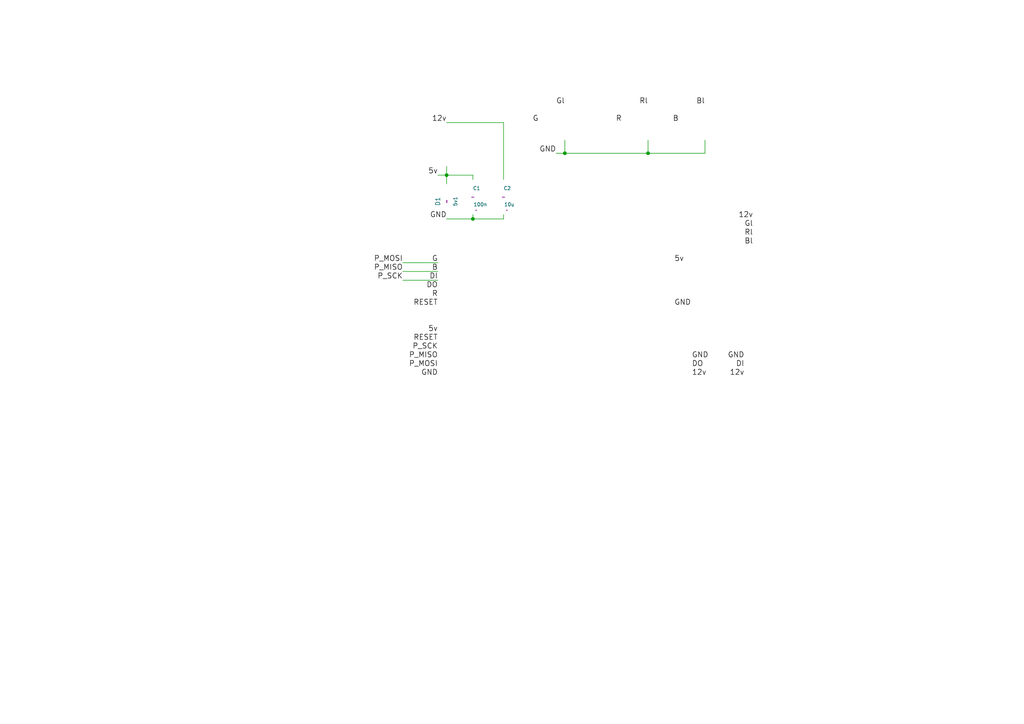
<source format=kicad_sch>
(kicad_sch (version 20230121) (generator eeschema)
  (paper "A4")
  (title_block (date "12 aug 2014"))
  (lib_symbols)
  (junction (at 187.96 44.45))
  (junction (at 163.83 44.45))
  (junction (at 129.54 50.8))
  (junction (at 137.16 63.5))
  (wire (pts (xy 146.05 63.5) (xy 146.05 62.23)))
  (wire (pts (xy 146.05 35.56) (xy 129.54 35.56)))
  (wire (pts (xy 116.84 78.74) (xy 127 78.74)))
  (wire (pts (xy 129.54 50.8) (xy 137.16 50.8)))
  (wire (pts (xy 127 76.2) (xy 116.84 76.2)))
  (wire (pts (xy 137.16 50.8) (xy 137.16 52.07)))
  (wire (pts (xy 129.54 63.5) (xy 137.16 63.5)))
  (wire (pts (xy 163.83 40.64) (xy 163.83 44.45)))
  (wire (pts (xy 116.84 81.28) (xy 127 81.28)))
  (wire (pts (xy 129.54 50.8) (xy 129.54 53.34)))
  (wire (pts (xy 146.05 52.07) (xy 146.05 35.56)))
  (wire (pts (xy 129.54 48.26) (xy 129.54 50.8)))
  (wire (pts (xy 137.16 63.5) (xy 146.05 63.5)))
  (wire (pts (xy 163.83 44.45) (xy 187.96 44.45)))
  (wire (pts (xy 127 50.8) (xy 129.54 50.8)))
  (wire (pts (xy 137.16 62.23) (xy 137.16 63.5)))
  (wire (pts (xy 204.47 44.45) (xy 204.47 40.64)))
  (wire (pts (xy 187.96 40.64) (xy 187.96 44.45)))
  (wire (pts (xy 187.96 44.45) (xy 204.47 44.45)))
  (wire (pts (xy 161.29 44.45) (xy 163.83 44.45)))
  (label "R" (at 180.34 35.56 180) (effects (font (size 1.524 1.524))))
  (label "RESET" (at 127 99.06 180) (effects (font (size 1.524 1.524))))
  (label "B" (at 127 78.74 180) (effects (font (size 1.524 1.524))))
  (label "Bl" (at 204.47 30.48 180) (effects (font (size 1.524 1.524))))
  (label "GND" (at 161.29 44.45 180) (effects (font (size 1.524 1.524))))
  (label "5v" (at 127 96.52 180) (effects (font (size 1.524 1.524))))
  (label "P_SCK" (at 116.84 81.28 180) (effects (font (size 1.524 1.524))))
  (label "G" (at 156.21 35.56 180) (effects (font (size 1.524 1.524))))
  (label "G" (at 127 76.2 180) (effects (font (size 1.524 1.524))))
  (label "DO" (at 127 83.82 180) (effects (font (size 1.524 1.524))))
  (label "Bl" (at 218.44 71.12 180) (effects (font (size 1.524 1.524))))
  (label "P_MISO" (at 127 104.14 180) (effects (font (size 1.524 1.524))))
  (label "GND" (at 215.9 104.14 180) (effects (font (size 1.524 1.524))))
  (label "12v" (at 218.44 63.5 180) (effects (font (size 1.524 1.524))))
  (label "Rl" (at 218.44 68.58 180) (effects (font (size 1.524 1.524))))
  (label "DI" (at 215.9 106.68 180) (effects (font (size 1.524 1.524))))
  (label "GND" (at 200.66 104.14 0) (effects (font (size 1.524 1.524))))
  (label "GND" (at 127 109.22 180) (effects (font (size 1.524 1.524))))
  (label "DO" (at 200.66 106.68 0) (effects (font (size 1.524 1.524))))
  (label "12v" (at 129.54 35.56 180) (effects (font (size 1.524 1.524))))
  (label "P_SCK" (at 127 101.6 180) (effects (font (size 1.524 1.524))))
  (label "5v" (at 127 50.8 180) (effects (font (size 1.524 1.524))))
  (label "12v" (at 215.9 109.22 180) (effects (font (size 1.524 1.524))))
  (label "GND" (at 195.58 88.9 0) (effects (font (size 1.524 1.524))))
  (label "DI" (at 127 81.28 180) (effects (font (size 1.524 1.524))))
  (label "GND" (at 129.54 63.5 180) (effects (font (size 1.524 1.524))))
  (label "12v" (at 200.66 109.22 0) (effects (font (size 1.524 1.524))))
  (label "R" (at 127 86.36 180) (effects (font (size 1.524 1.524))))
  (label "B" (at 196.85 35.56 180) (effects (font (size 1.524 1.524))))
  (label "5v" (at 195.58 76.2 0) (effects (font (size 1.524 1.524))))
  (label "P_MOSI" (at 127 106.68 180) (effects (font (size 1.524 1.524))))
  (label "Rl" (at 187.96 30.48 180) (effects (font (size 1.524 1.524))))
  (label "P_MISO" (at 116.84 78.74 180) (effects (font (size 1.524 1.524))))
  (label "RESET" (at 127 88.9 180) (effects (font (size 1.524 1.524))))
  (label "P_MOSI" (at 116.84 76.2 180) (effects (font (size 1.524 1.524))))
  (label "Gl" (at 218.44 66.04 180) (effects (font (size 1.524 1.524))))
  (label "Gl" (at 163.83 30.48 180) (effects (font (size 1.524 1.524))))
  (symbol (lib_id "ATTINY25-SS") (at 161.29 82.55 0) (unit 1)
    (property "Reference" "U1" (at 132.08 72.39 0) (effects (font (size 1.016 1.016))))
    (property "Value" "ATTINY25-SS" (at 186.69 92.71 0) (effects (font (size 1.016 1.016))))
    (property "Footprint" "SO8" (at 186.69 82.55 0) (effects (font (size 0.889 0.889) italic)))
  )
  (symbol (lib_id "MOSFET_N") (at 161.29 35.56 0) (unit 1)
    (property "Reference" "Q1" (at 161.544 31.242 0) (effects (font (size 1.524 1.524)) (justify right)))
    (property "Value" "MOSFET_N" (at 161.544 39.37 0) (effects (font (size 1.524 1.524)) (justify right)))
    (property "Footprint" "~" (at 161.29 35.56 0) (effects (font (size 1.524 1.524))))
    (property "Datasheet" "~" (at 161.29 35.56 0) (effects (font (size 1.524 1.524))))
  )
  (symbol (lib_id "MOSFET_N") (at 185.42 35.56 0) (unit 1)
    (property "Reference" "Q2" (at 185.674 31.242 0) (effects (font (size 1.524 1.524)) (justify right)))
    (property "Value" "MOSFET_N" (at 185.674 39.37 0) (effects (font (size 1.524 1.524)) (justify right)))
    (property "Footprint" "~" (at 185.42 35.56 0) (effects (font (size 1.524 1.524))))
    (property "Datasheet" "~" (at 185.42 35.56 0) (effects (font (size 1.524 1.524))))
  )
  (symbol (lib_id "MOSFET_N") (at 201.93 35.56 0) (unit 1)
    (property "Reference" "Q3" (at 202.184 31.242 0) (effects (font (size 1.524 1.524)) (justify right)))
    (property "Value" "MOSFET_N" (at 202.184 39.37 0) (effects (font (size 1.524 1.524)) (justify right)))
    (property "Footprint" "~" (at 201.93 35.56 0) (effects (font (size 1.524 1.524))))
    (property "Datasheet" "~" (at 201.93 35.56 0) (effects (font (size 1.524 1.524))))
  )
  (symbol (lib_id "CONN_3") (at 191.77 106.68 0) (mirror y) (unit 1)
    (property "Reference" "P2" (at 193.04 106.68 90))
    (property "Value" "OUT" (at 190.5 106.68 90) (effects (font (size 1.016 1.016))))
  )
  (symbol (lib_id "CONN_3") (at 224.79 106.68 0) (unit 1)
    (property "Reference" "P1" (at 223.52 106.68 90))
    (property "Value" "IN" (at 226.06 106.68 90) (effects (font (size 1.016 1.016))))
  )
  (symbol (lib_id "CONN_4") (at 227.33 67.31 0) (unit 1)
    (property "Reference" "P3" (at 226.06 67.31 90))
    (property "Value" "LED" (at 228.6 67.31 90))
  )
  (symbol (lib_id "ZENER") (at 129.54 58.42 90) (unit 1)
    (property "Reference" "D1" (at 127 58.42 0))
    (property "Value" "5v1" (at 132.08 58.42 0) (effects (font (size 1.016 1.016))))
    (property "Footprint" "~" (at 129.54 58.42 0) (effects (font (size 1.524 1.524))))
    (property "Datasheet" "~" (at 129.54 58.42 0) (effects (font (size 1.524 1.524))))
  )
  (symbol (lib_id "R") (at 129.54 41.91 0) (unit 1)
    (property "Reference" "R1" (at 131.572 41.91 90) (effects (font (size 1.016 1.016))))
    (property "Value" "4k7" (at 129.7178 41.8846 90) (effects (font (size 1.016 1.016))))
    (property "Footprint" "~" (at 127.762 41.91 90) (effects (font (size 0.762 0.762))))
    (property "Datasheet" "~" (at 129.54 41.91 0) (effects (font (size 0.762 0.762))))
  )
  (symbol (lib_id "C") (at 137.16 57.15 0) (unit 1)
    (property "Reference" "C1" (at 137.16 54.61 0) (effects (font (size 1.016 1.016)) (justify left)))
    (property "Value" "100n" (at 137.3124 59.309 0) (effects (font (size 1.016 1.016)) (justify left)))
    (property "Footprint" "~" (at 138.1252 60.96 0) (effects (font (size 0.762 0.762))))
    (property "Datasheet" "~" (at 137.16 57.15 0) (effects (font (size 1.524 1.524))))
  )
  (symbol (lib_id "C") (at 146.05 57.15 0) (unit 1)
    (property "Reference" "C2" (at 146.05 54.61 0) (effects (font (size 1.016 1.016)) (justify left)))
    (property "Value" "10u" (at 146.2024 59.309 0) (effects (font (size 1.016 1.016)) (justify left)))
    (property "Footprint" "~" (at 147.0152 60.96 0) (effects (font (size 0.762 0.762))))
    (property "Datasheet" "~" (at 146.05 57.15 0) (effects (font (size 1.524 1.524))))
  )
  (symbol (lib_id "CONN_6") (at 135.89 102.87 0) (unit 1)
    (property "Reference" "P4" (at 134.62 102.87 90))
    (property "Value" "PROG" (at 137.16 102.87 90))
  )
)
</source>
